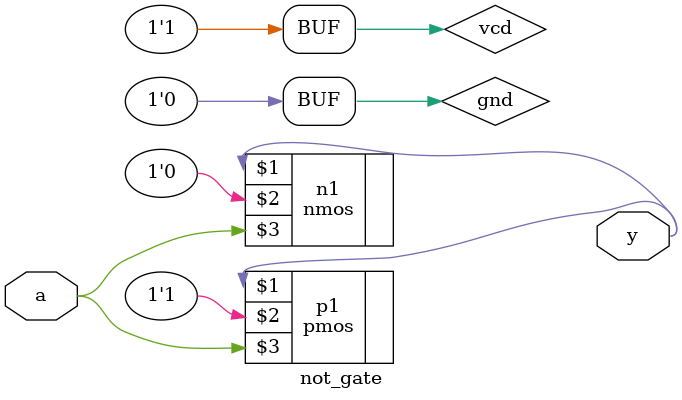
<source format=v>
module not_gate(
input a,
output y);
supply1 vcd;
supply0 gnd;
pmos p1(y,vcd,a);
nmos n1(y,gnd,a);
endmodule

</source>
